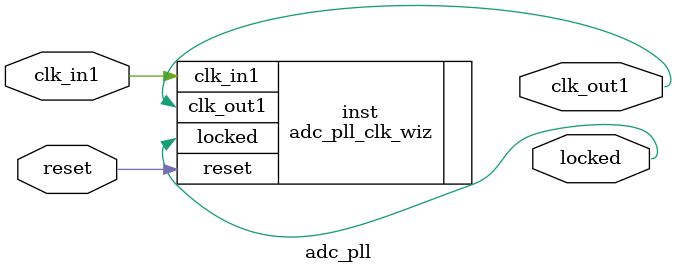
<source format=v>


`timescale 1ps/1ps

(* CORE_GENERATION_INFO = "adc_pll,clk_wiz_v5_4_3_0,{component_name=adc_pll,use_phase_alignment=true,use_min_o_jitter=false,use_max_i_jitter=false,use_dyn_phase_shift=false,use_inclk_switchover=false,use_dyn_reconfig=false,enable_axi=0,feedback_source=FDBK_AUTO,PRIMITIVE=MMCM,num_out_clk=1,clkin1_period=5.000,clkin2_period=10.0,use_power_down=false,use_reset=true,use_locked=true,use_inclk_stopped=false,feedback_type=SINGLE,CLOCK_MGR_TYPE=NA,manual_override=false}" *)

module adc_pll 
 (
  // Clock out ports
  output        clk_out1,
  // Status and control signals
  input         reset,
  output        locked,
 // Clock in ports
  input         clk_in1
 );

  adc_pll_clk_wiz inst
  (
  // Clock out ports  
  .clk_out1(clk_out1),
  // Status and control signals               
  .reset(reset), 
  .locked(locked),
 // Clock in ports
  .clk_in1(clk_in1)
  );

endmodule

</source>
